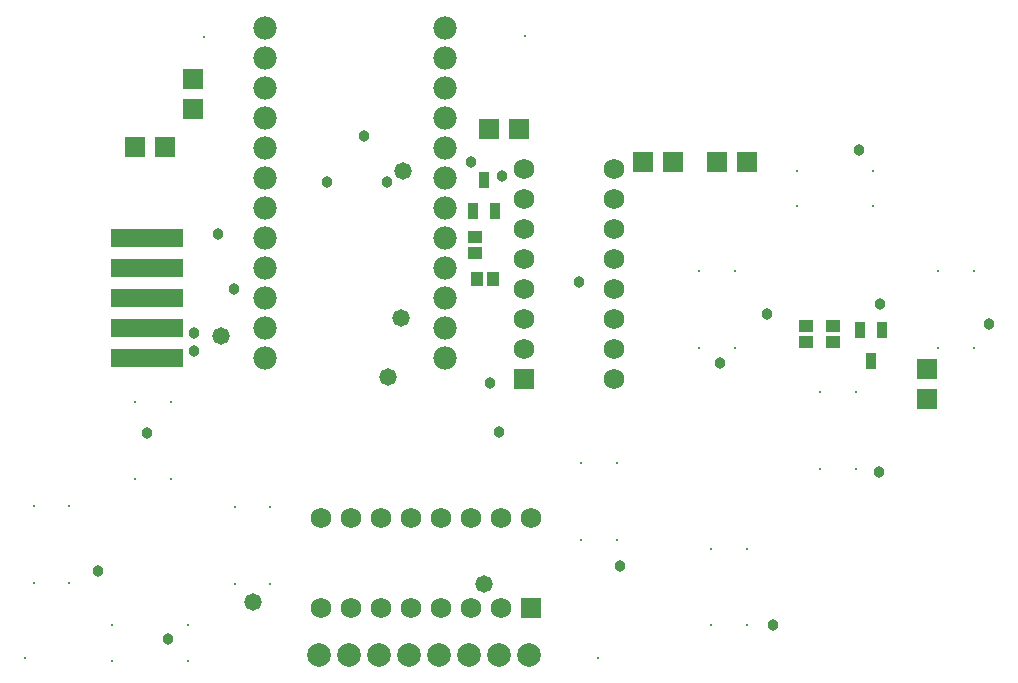
<source format=gbs>
G04*
G04 #@! TF.GenerationSoftware,Altium Limited,CircuitMaker,2.2.1 (2.2.1.6)*
G04*
G04 Layer_Color=8150272*
%FSLAX25Y25*%
%MOIN*%
G70*
G04*
G04 #@! TF.SameCoordinates,7D6918CB-AAF1-45DD-B34D-4DF02806F7BC*
G04*
G04*
G04 #@! TF.FilePolarity,Negative*
G04*
G01*
G75*
%ADD13R,0.04934X0.04343*%
%ADD14R,0.04343X0.04934*%
%ADD19R,0.03359X0.05524*%
%ADD20C,0.00800*%
%ADD21R,0.06706X0.06706*%
%ADD24C,0.07887*%
%ADD25R,0.06706X0.06706*%
%ADD26C,0.06800*%
%ADD27R,0.06800X0.06800*%
%ADD28C,0.07800*%
%ADD29R,0.06800X0.06800*%
%ADD30C,0.03800*%
%ADD31C,0.05800*%
%ADD53R,0.24422X0.06312*%
%ADD54R,0.00800X0.00800*%
%ADD55R,0.00800X0.00800*%
D13*
X268898Y114272D02*
D03*
Y119587D02*
D03*
X277953Y114272D02*
D03*
Y119587D02*
D03*
X158661Y143898D02*
D03*
Y149213D02*
D03*
D14*
X159153Y135039D02*
D03*
X164469D02*
D03*
D19*
X286811Y118110D02*
D03*
X294291D02*
D03*
X290551Y107874D02*
D03*
X165157Y157874D02*
D03*
X157677D02*
D03*
X161417Y168110D02*
D03*
D20*
X175197Y216142D02*
D03*
X68110Y215748D02*
D03*
X8661Y8661D02*
D03*
X199606D02*
D03*
D21*
X239173Y174213D02*
D03*
X249173D02*
D03*
X214488D02*
D03*
X224488D02*
D03*
X45118Y179134D02*
D03*
X55118D02*
D03*
X173228Y185039D02*
D03*
X163228D02*
D03*
D24*
X176654Y9843D02*
D03*
X166654D02*
D03*
X156653D02*
D03*
X146653D02*
D03*
X136653D02*
D03*
X126654D02*
D03*
X116654D02*
D03*
X106653D02*
D03*
D25*
X309055Y95000D02*
D03*
Y105000D02*
D03*
X64468Y191772D02*
D03*
Y201772D02*
D03*
D26*
X204961Y101811D02*
D03*
Y111811D02*
D03*
Y121811D02*
D03*
Y131811D02*
D03*
Y141811D02*
D03*
Y151811D02*
D03*
Y161811D02*
D03*
Y171811D02*
D03*
X174961D02*
D03*
Y161811D02*
D03*
Y151811D02*
D03*
Y141811D02*
D03*
Y131811D02*
D03*
Y121811D02*
D03*
Y111811D02*
D03*
X167126Y25591D02*
D03*
X157126D02*
D03*
X147126D02*
D03*
X137126D02*
D03*
X127126D02*
D03*
X117126D02*
D03*
X107126D02*
D03*
Y55590D02*
D03*
X117126D02*
D03*
X127126D02*
D03*
X137126D02*
D03*
X147126D02*
D03*
X157126D02*
D03*
X167126D02*
D03*
X177126D02*
D03*
D27*
X174961Y101811D02*
D03*
D28*
X148425Y138898D02*
D03*
Y148898D02*
D03*
X88425Y218898D02*
D03*
Y208898D02*
D03*
Y198898D02*
D03*
Y188898D02*
D03*
Y178898D02*
D03*
Y168898D02*
D03*
Y158898D02*
D03*
Y148898D02*
D03*
Y138898D02*
D03*
Y128898D02*
D03*
Y118898D02*
D03*
Y108898D02*
D03*
X148425Y218898D02*
D03*
Y208898D02*
D03*
Y198898D02*
D03*
Y188898D02*
D03*
Y178898D02*
D03*
Y168898D02*
D03*
Y158898D02*
D03*
Y128898D02*
D03*
Y118898D02*
D03*
Y108898D02*
D03*
D29*
X177126Y25591D02*
D03*
D30*
X255906Y123622D02*
D03*
X167433Y169574D02*
D03*
X109055Y167323D02*
D03*
X129134D02*
D03*
X193307Y134252D02*
D03*
X157087Y174016D02*
D03*
X166535Y84252D02*
D03*
X163647Y100560D02*
D03*
X78051Y131890D02*
D03*
X72835Y150000D02*
D03*
X293553Y126673D02*
D03*
X121653Y182677D02*
D03*
X64961Y111221D02*
D03*
X64945Y117110D02*
D03*
X57776Y118898D02*
D03*
X49311Y83661D02*
D03*
X32677Y37795D02*
D03*
X56102Y15059D02*
D03*
X240108Y106988D02*
D03*
X206693Y39370D02*
D03*
X257874Y19685D02*
D03*
X293307Y70866D02*
D03*
X329724Y120079D02*
D03*
X286417Y178150D02*
D03*
D31*
X129528Y102362D02*
D03*
X133858Y122047D02*
D03*
X134646Y171260D02*
D03*
X161417Y33465D02*
D03*
X84646Y27559D02*
D03*
X73819Y116142D02*
D03*
D53*
X49140Y148920D02*
D03*
X49067Y138937D02*
D03*
Y128937D02*
D03*
Y118937D02*
D03*
Y108937D02*
D03*
D54*
X23228Y59449D02*
D03*
X11417D02*
D03*
X23228Y33858D02*
D03*
X11417D02*
D03*
X193898Y48228D02*
D03*
X205709D02*
D03*
X193898Y73819D02*
D03*
X205709D02*
D03*
X237205Y19685D02*
D03*
X249016D02*
D03*
X237205Y45276D02*
D03*
X249016D02*
D03*
X90158Y59055D02*
D03*
X78347D02*
D03*
X90158Y33465D02*
D03*
X78347D02*
D03*
X285433Y97441D02*
D03*
X273622D02*
D03*
X285433Y71850D02*
D03*
X273622D02*
D03*
X324803Y137795D02*
D03*
X312992D02*
D03*
X324803Y112205D02*
D03*
X312992D02*
D03*
X245079Y137795D02*
D03*
X233268D02*
D03*
X245079Y112205D02*
D03*
X233268D02*
D03*
X57087Y94116D02*
D03*
X45276D02*
D03*
X57087Y68526D02*
D03*
X45276D02*
D03*
D55*
X62992Y7874D02*
D03*
Y19685D02*
D03*
X37402Y7874D02*
D03*
Y19685D02*
D03*
X265748Y171260D02*
D03*
Y159449D02*
D03*
X291339Y171260D02*
D03*
Y159449D02*
D03*
M02*

</source>
